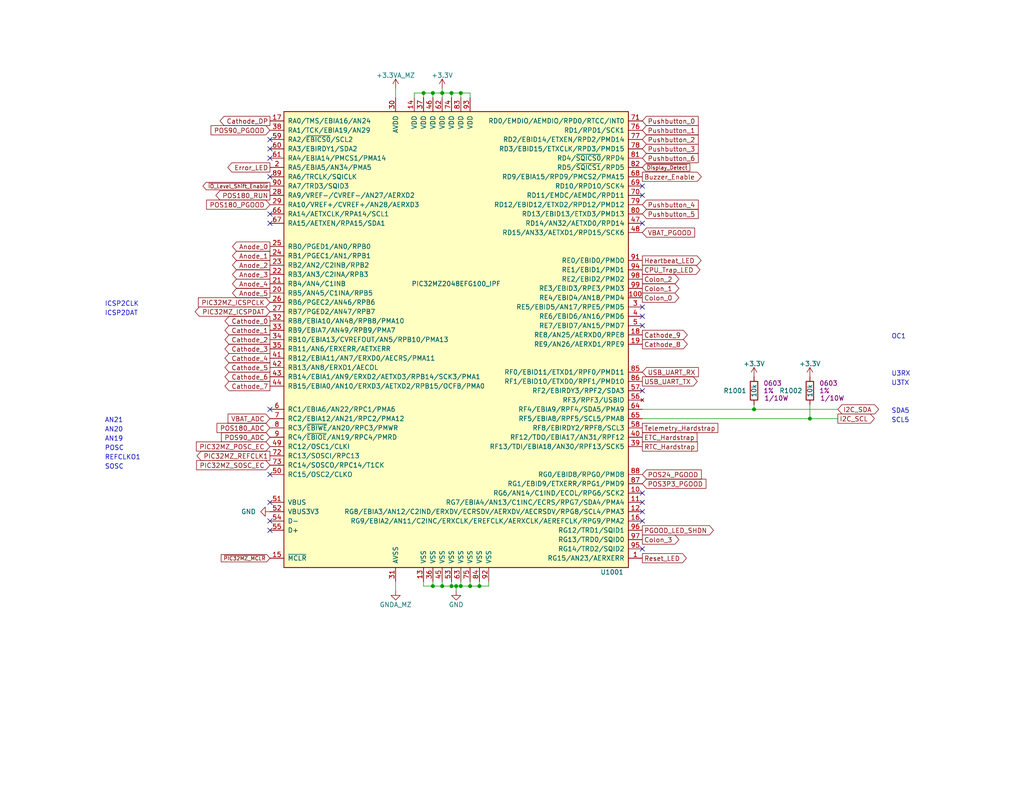
<source format=kicad_sch>
(kicad_sch (version 20230121) (generator eeschema)
  (paper "A")
  (title_block (title "Nixie Clock Redux Core Board") (date "2023-07-30") (rev "B") (company "Drew Maatman"))
  (lib_symbols
    (symbol "Custom Library:PIC32MZ2048EFG100_IPF" (pin_names (offset 1.016))
      (property "Reference" "U" (at 45.72 -63.5 0))
      (property "Value" "PIC32MZ2048EFG100_IPF" (at 0 15.24 0))
      (symbol "PIC32MZ2048EFG100_IPF_0_1"
        (rectangle (start -46.99 62.23) (end 46.99 -62.23) (stroke (width 0.254)) (fill (type background)))
      )
      (symbol "PIC32MZ2048EFG100_IPF_1_1"
        (pin bidirectional line (at 50.8 -59.69 180) (length 3.81) (name "RG15/AN23/AERXERR") (number "1"))
        (pin bidirectional line (at 50.8 -41.91 180) (length 3.81) (name "RG6/AN14/C1IND/ECOL/RPG6/SCK2") (number "10"))
        (pin bidirectional line (at 50.8 11.43 180) (length 3.81) (name "RE4/EBID4/AN18/PMD4") (number "100"))
        (pin bidirectional line (at 50.8 -44.45 180) (length 3.81) (name "RG7/EBIA4/AN13/C1INC/ECRS/RPG7/SDA4/PMA4") (number "11"))
        (pin bidirectional line (at 50.8 -46.99 180) (length 3.81) (name "RG8/EBIA3/AN12/C2IND/ERXDV/ECRSDV/AERXDV/AECRSDV/RPG8/SCL4/PMA3") (number "12"))
        (pin power_in line (at -8.89 -66.04 90) (length 3.81) (name "VSS") (number "13"))
        (pin power_in line (at -11.43 66.04 270) (length 3.81) (name "VDD") (number "14"))
        (pin bidirectional line (at -50.8 -59.69 0) (length 3.81) (name "~{MCLR}") (number "15"))
        (pin bidirectional line (at 50.8 -49.53 180) (length 3.81) (name "RG9/EBIA2/AN11/C2INC/ERXCLK/EREFCLK/AERXCLK/AEREFCLK/RPG9/PMA2") (number "16"))
        (pin bidirectional line (at -50.8 59.69 0) (length 3.81) (name "RA0/TMS/EBIA16/AN24") (number "17"))
        (pin bidirectional line (at 50.8 1.27 180) (length 3.81) (name "RE8/AN25/AERXD0/RPE8") (number "18"))
        (pin bidirectional line (at 50.8 -1.27 180) (length 3.81) (name "RE9/AN26/AERXD1/RPE9") (number "19"))
        (pin bidirectional line (at -50.8 46.99 0) (length 3.81) (name "RA5/EBIA5/AN34/PMA5") (number "2"))
        (pin bidirectional line (at -50.8 12.7 0) (length 3.81) (name "RB5/AN45/C1INA/RPB5") (number "20"))
        (pin bidirectional line (at -50.8 15.24 0) (length 3.81) (name "RB4/AN4/C1INB") (number "21"))
        (pin bidirectional line (at -50.8 17.78 0) (length 3.81) (name "RB3/AN3/C2INA/RPB3") (number "22"))
        (pin bidirectional line (at -50.8 20.32 0) (length 3.81) (name "RB2/AN2/C2INB/RPB2") (number "23"))
        (pin bidirectional line (at -50.8 22.86 0) (length 3.81) (name "RB1/PGEC1/AN1/RPB1") (number "24"))
        (pin bidirectional line (at -50.8 25.4 0) (length 3.81) (name "RB0/PGED1/AN0/RPB0") (number "25"))
        (pin bidirectional line (at -50.8 10.16 0) (length 3.81) (name "RB6/PGEC2/AN46/RPB6") (number "26"))
        (pin bidirectional line (at -50.8 7.62 0) (length 3.81) (name "RB7/PGED2/AN47/RPB7") (number "27"))
        (pin bidirectional line (at -50.8 39.37 0) (length 3.81) (name "RA9/VREF-/CVREF-/AN27/AERXD2") (number "28"))
        (pin bidirectional line (at -50.8 36.83 0) (length 3.81) (name "RA10/VREF+/CVREF+/AN28/AERXD3") (number "29"))
        (pin bidirectional line (at 50.8 8.89 180) (length 3.81) (name "RE5/EBID5/AN17/RPE5/PMD5") (number "3"))
        (pin power_in line (at -16.51 66.04 270) (length 3.81) (name "AVDD") (number "30"))
        (pin power_in line (at -16.51 -66.04 90) (length 3.81) (name "AVSS") (number "31"))
        (pin bidirectional line (at -50.8 5.08 0) (length 3.81) (name "RB8/EBIA10/AN48/RPB8/PMA10") (number "32"))
        (pin bidirectional line (at -50.8 2.54 0) (length 3.81) (name "RB9/EBIA7/AN49/RPB9/PMA7") (number "33"))
        (pin bidirectional line (at -50.8 0 0) (length 3.81) (name "RB10/EBIA13/CVREFOUT/AN5/RPB10/PMA13") (number "34"))
        (pin bidirectional line (at -50.8 -2.54 0) (length 3.81) (name "RB11/AN6/ERXERR/AETXERR") (number "35"))
        (pin power_in line (at -6.35 -66.04 90) (length 3.81) (name "VSS") (number "36"))
        (pin power_in line (at -8.89 66.04 270) (length 3.81) (name "VDD") (number "37"))
        (pin bidirectional line (at -50.8 57.15 0) (length 3.81) (name "RA1/TCK/EBIA19/AN29") (number "38"))
        (pin bidirectional line (at 50.8 -29.21 180) (length 3.81) (name "RF13/TDI/EBIA18/AN30/RPF13/SCK5") (number "39"))
        (pin bidirectional line (at 50.8 6.35 180) (length 3.81) (name "RE6/EBID6/AN16/PMD6") (number "4"))
        (pin bidirectional line (at 50.8 -26.67 180) (length 3.81) (name "RF12/TDO/EBIA17/AN31/RPF12") (number "40"))
        (pin bidirectional line (at -50.8 -5.08 0) (length 3.81) (name "RB12/EBIA11/AN7/ERXD0/AECRS/PMA11") (number "41"))
        (pin bidirectional line (at -50.8 -7.62 0) (length 3.81) (name "RB13/AN8/ERXD1/AECOL") (number "42"))
        (pin bidirectional line (at -50.8 -10.16 0) (length 3.81) (name "RB14/EBIA1/AN9/ERXD2/AETXD3/RPB14/SCK3/PMA1") (number "43"))
        (pin bidirectional line (at -50.8 -12.7 0) (length 3.81) (name "RB15/EBIA0/AN10/ERXD3/AETXD2/RPB15/OCFB/PMA0") (number "44"))
        (pin power_in line (at -3.81 -66.04 90) (length 3.81) (name "VSS") (number "45"))
        (pin power_in line (at -6.35 66.04 270) (length 3.81) (name "VDD") (number "46"))
        (pin bidirectional line (at 50.8 31.75 180) (length 3.81) (name "RD14/AN32/AETXD0/RPD14") (number "47"))
        (pin bidirectional line (at 50.8 29.21 180) (length 3.81) (name "RD15/AN33/AETXD1/RPD15/SCK6") (number "48"))
        (pin bidirectional line (at -50.8 -29.21 0) (length 3.81) (name "RC12/OSC1/CLKI") (number "49"))
        (pin bidirectional line (at 50.8 3.81 180) (length 3.81) (name "RE7/EBID7/AN15/PMD7") (number "5"))
        (pin bidirectional line (at -50.8 -36.83 0) (length 3.81) (name "RC15/OSC2/CLKO") (number "50"))
        (pin power_in line (at -50.8 -44.45 0) (length 3.81) (name "VBUS") (number "51"))
        (pin power_in line (at -50.8 -46.99 0) (length 3.81) (name "VBUS3V3") (number "52"))
        (pin power_in line (at -1.27 -66.04 90) (length 3.81) (name "VSS") (number "53"))
        (pin input line (at -50.8 -49.53 0) (length 3.81) (name "D-") (number "54"))
        (pin input line (at -50.8 -52.07 0) (length 3.81) (name "D+") (number "55"))
        (pin no_connect line (at 50.8 -16.51 180) (length 3.81) (name "RF3/RPF3/USBID") (number "56"))
        (pin bidirectional line (at 50.8 -13.97 180) (length 3.81) (name "RF2/EBIRDY3/RPF2/SDA3") (number "57"))
        (pin bidirectional line (at 50.8 -24.13 180) (length 3.81) (name "RF8/EBIRDY2/RPF8/SCL3") (number "58"))
        (pin bidirectional line (at -50.8 54.61 0) (length 3.81) (name "RA2/~{EBICS0}/SCL2") (number "59"))
        (pin bidirectional line (at -50.8 -19.05 0) (length 3.81) (name "RC1/EBIA6/AN22/RPC1/PMA6") (number "6"))
        (pin bidirectional line (at -50.8 52.07 0) (length 3.81) (name "RA3/EBIRDY1/SDA2") (number "60"))
        (pin bidirectional line (at -50.8 49.53 0) (length 3.81) (name "RA4/EBIA14/PMCS1/PMA14") (number "61"))
        (pin power_in line (at -3.81 66.04 270) (length 3.81) (name "VDD") (number "62"))
        (pin power_in line (at 1.27 -66.04 90) (length 3.81) (name "VSS") (number "63"))
        (pin bidirectional line (at 50.8 -19.05 180) (length 3.81) (name "RF4/EBIA9/RPF4/SDA5/PMA9") (number "64"))
        (pin bidirectional line (at 50.8 -21.59 180) (length 3.81) (name "RF5/EBIA8/RPF5/SCL5/PMA8") (number "65"))
        (pin bidirectional line (at -50.8 34.29 0) (length 3.81) (name "RA14/AETXCLK/RPA14/SCL1") (number "66"))
        (pin bidirectional line (at -50.8 31.75 0) (length 3.81) (name "RA15/AETXEN/RPA15/SDA1") (number "67"))
        (pin bidirectional line (at 50.8 44.45 180) (length 3.81) (name "RD9/EBIA15/RPD9/PMCS2/PMA15") (number "68"))
        (pin bidirectional line (at 50.8 41.91 180) (length 3.81) (name "RD10/RPD10/SCK4") (number "69"))
        (pin bidirectional line (at -50.8 -21.59 0) (length 3.81) (name "RC2/EBIA12/AN21/RPC2/PMA12") (number "7"))
        (pin bidirectional line (at 50.8 39.37 180) (length 3.81) (name "RD11/EMDC/AEMDC/RPD11") (number "70"))
        (pin bidirectional line (at 50.8 59.69 180) (length 3.81) (name "RD0/EMDIO/AEMDIO/RPD0/RTCC/INT0") (number "71"))
        (pin bidirectional line (at -50.8 -31.75 0) (length 3.81) (name "RC13/SOSCI/RPC13") (number "72"))
        (pin bidirectional line (at -50.8 -34.29 0) (length 3.81) (name "RC14/SOSCO/RPC14/T1CK") (number "73"))
        (pin power_in line (at -1.27 66.04 270) (length 3.81) (name "VDD") (number "74"))
        (pin power_in line (at 3.81 -66.04 90) (length 3.81) (name "VSS") (number "75"))
        (pin bidirectional line (at 50.8 57.15 180) (length 3.81) (name "RD1/RPD1/SCK1") (number "76"))
        (pin bidirectional line (at 50.8 54.61 180) (length 3.81) (name "RD2/EBID14/ETXEN/RPD2/PMD14") (number "77"))
        (pin bidirectional line (at 50.8 52.07 180) (length 3.81) (name "RD3/EBID15/ETXCLK/RPD3/PMD15") (number "78"))
        (pin bidirectional line (at 50.8 36.83 180) (length 3.81) (name "RD12/EBID12/ETXD2/RPD12/PMD12") (number "79"))
        (pin bidirectional line (at -50.8 -24.13 0) (length 3.81) (name "RC3/~{EBIWE}/AN20/RPC3/PMWR") (number "8"))
        (pin bidirectional line (at 50.8 34.29 180) (length 3.81) (name "RD13/EBID13/ETXD3/PMD13") (number "80"))
        (pin bidirectional line (at 50.8 49.53 180) (length 3.81) (name "RD4/~{SQICS0}/RPD4") (number "81"))
        (pin bidirectional line (at 50.8 46.99 180) (length 3.81) (name "RD5/~{SQICS1}/RPD5") (number "82"))
        (pin power_in line (at 1.27 66.04 270) (length 3.81) (name "VDD") (number "83"))
        (pin power_in line (at 6.35 -66.04 90) (length 3.81) (name "VSS") (number "84"))
        (pin bidirectional line (at 50.8 -8.89 180) (length 3.81) (name "RF0/EBID11/ETXD1/RPF0/PMD11") (number "85"))
        (pin bidirectional line (at 50.8 -11.43 180) (length 3.81) (name "RF1/EBID10/ETXD0/RPF1/PMD10") (number "86"))
        (pin bidirectional line (at 50.8 -39.37 180) (length 3.81) (name "RG1/EBID9/ETXERR/RPG1/PMD9") (number "87"))
        (pin bidirectional line (at 50.8 -36.83 180) (length 3.81) (name "RG0/EBID8/RPG0/PMD8") (number "88"))
        (pin bidirectional line (at -50.8 44.45 0) (length 3.81) (name "RA6/TRCLK/SQICLK") (number "89"))
        (pin bidirectional line (at -50.8 -26.67 0) (length 3.81) (name "RC4/~{EBIOE}/AN19/RPC4/PMRD") (number "9"))
        (pin bidirectional line (at -50.8 41.91 0) (length 3.81) (name "RA7/TRD3/SQID3") (number "90"))
        (pin bidirectional line (at 50.8 21.59 180) (length 3.81) (name "RE0/EBID0/PMD0") (number "91"))
        (pin power_in line (at 8.89 -66.04 90) (length 3.81) (name "VSS") (number "92"))
        (pin power_in line (at 3.81 66.04 270) (length 3.81) (name "VDD") (number "93"))
        (pin bidirectional line (at 50.8 19.05 180) (length 3.81) (name "RE1/EBID1/PMD1") (number "94"))
        (pin bidirectional line (at 50.8 -57.15 180) (length 3.81) (name "RG14/TRD2/SQID2") (number "95"))
        (pin bidirectional line (at 50.8 -52.07 180) (length 3.81) (name "RG12/TRD1/SQID1") (number "96"))
        (pin bidirectional line (at 50.8 -54.61 180) (length 3.81) (name "RG13/TRD0/SQID0") (number "97"))
        (pin bidirectional line (at 50.8 16.51 180) (length 3.81) (name "RE2/EBID2/PMD2") (number "98"))
        (pin bidirectional line (at 50.8 13.97 180) (length 3.81) (name "RE3/EBID3/RPE3/PMD3") (number "99"))
      )
    )
    (symbol "Custom_Library:+3.3VA_MZ" (power) (pin_names (offset 0))
      (property "Value" "Custom_Library_+3.3VA_MZ" (at 0 3.556 0))
      (symbol "+3.3VA_MZ_0_1"
        (polyline (pts (xy -0.762 1.27) (xy 0 2.54)))
        (polyline (pts (xy 0 0) (xy 0 2.54)))
        (polyline (pts (xy 0 2.54) (xy 0.762 1.27)))
      )
      (symbol "+3.3VA_MZ_1_1"
        (pin power_in line (at 0 0 90) (length 0) hide (name "+3.3VA_MZ") (number "1"))
      )
    )
    (symbol "Custom_Library:GNDA_MZ" (power) (pin_names (offset 0))
      (property "Value" "Custom_Library_GNDA_MZ" (at 0 -3.81 0))
      (symbol "GNDA_MZ_0_1"
        (polyline (pts (xy 0 0) (xy 0 -1.27) (xy 1.27 -1.27) (xy 0 -2.54) (xy -1.27 -1.27) (xy 0 -1.27)))
      )
      (symbol "GNDA_MZ_1_1"
        (pin power_in line (at 0 0 270) (length 0) hide (name "GNDA_MZ") (number "1"))
      )
    )
    (symbol "Custom_Library:R_Custom" (pin_numbers hide) (pin_names (offset 1.016) hide)
      (property "Reference" "R" (at -2.54 0 90))
      (property "Value" "Custom_Library_R_Custom" (at 0 0 90))
      (property "display_footprint" "Foot" (at 2.54 0 90))
      (property "Tolerance" "Tol" (at 5.08 0 90))
      (property "Wattage" "W" (at 7.62 0 90))
      (symbol "R_Custom_0_1"
        (rectangle (start 1.016 2.54) (end -1.016 -2.54) (stroke (width 0.254)))
      )
      (symbol "R_Custom_1_1"
        (pin passive line (at 0 3.81 270) (length 1.27) (name "1") (number "1"))
        (pin passive line (at 0 -3.81 90) (length 1.27) (name "2") (number "2"))
      )
    )
    (symbol "power:+3.3V" (power) (pin_names (offset 0))
      (property "Value" "+3.3V" (at 0 3.556 0))
      (symbol "+3.3V_0_1"
        (polyline (pts (xy -0.762 1.27) (xy 0 2.54)))
        (polyline (pts (xy 0 0) (xy 0 2.54)))
        (polyline (pts (xy 0 2.54) (xy 0.762 1.27)))
      )
      (symbol "+3.3V_1_1"
        (pin power_in line (at 0 0 90) (length 0) hide (name "+3.3V") (number "1"))
      )
    )
    (symbol "power:GND" (power) (pin_names (offset 0))
      (property "Value" "GND" (at 0 -3.81 0))
      (symbol "GND_0_1"
        (polyline (pts (xy 0 0) (xy 0 -1.27) (xy 1.27 -1.27) (xy 0 -2.54) (xy -1.27 -1.27) (xy 0 -1.27)))
      )
      (symbol "GND_1_1"
        (pin power_in line (at 0 0 270) (length 0) hide (name "GND") (number "1"))
      )
    )
  )
  (junction (at 220.98 114.3))
  (junction (at 123.19 160.02))
  (junction (at 118.11 160.02))
  (junction (at 128.27 160.02))
  (junction (at 130.81 160.02))
  (junction (at 125.73 160.02))
  (junction (at 123.19 25.4))
  (junction (at 124.46 160.02))
  (junction (at 118.11 25.4))
  (junction (at 125.73 25.4))
  (junction (at 115.57 25.4))
  (junction (at 120.65 25.4))
  (junction (at 205.74 111.76))
  (junction (at 120.65 160.02))
  (no_connect (at 73.66 38.1))
  (no_connect (at 175.26 149.86))
  (no_connect (at 175.26 137.16))
  (no_connect (at 175.26 53.34))
  (no_connect (at 73.66 48.26))
  (no_connect (at 73.66 40.64))
  (no_connect (at 175.26 139.7))
  (no_connect (at 73.66 142.24))
  (no_connect (at 73.66 43.18))
  (no_connect (at 73.66 58.42))
  (no_connect (at 73.66 129.54))
  (no_connect (at 73.66 137.16))
  (no_connect (at 73.66 111.76))
  (no_connect (at 175.26 50.8))
  (no_connect (at 73.66 144.78))
  (no_connect (at 175.26 86.36))
  (no_connect (at 175.26 142.24))
  (no_connect (at 175.26 134.62))
  (no_connect (at 73.66 60.96))
  (no_connect (at 175.26 83.82))
  (no_connect (at 175.26 60.96))
  (no_connect (at 175.26 88.9))
  (no_connect (at 175.26 106.68))
  (wire (pts (xy 120.65 25.4) (xy 120.65 26.67)))
  (wire (pts (xy 115.57 160.02) (xy 115.57 158.75)))
  (wire (pts (xy 115.57 25.4) (xy 115.57 26.67)))
  (wire (pts (xy 205.74 110.49) (xy 205.74 111.76)))
  (wire (pts (xy 113.03 25.4) (xy 113.03 26.67)))
  (wire (pts (xy 128.27 25.4) (xy 128.27 26.67)))
  (wire (pts (xy 128.27 158.75) (xy 128.27 160.02)))
  (wire (pts (xy 125.73 25.4) (xy 123.19 25.4)))
  (wire (pts (xy 205.74 111.76) (xy 228.6 111.76)))
  (wire (pts (xy 130.81 158.75) (xy 130.81 160.02)))
  (wire (pts (xy 220.98 114.3) (xy 228.6 114.3)))
  (wire (pts (xy 220.98 110.49) (xy 220.98 114.3)))
  (wire (pts (xy 125.73 160.02) (xy 124.46 160.02)))
  (wire (pts (xy 175.26 114.3) (xy 220.98 114.3)))
  (wire (pts (xy 124.46 160.02) (xy 123.19 160.02)))
  (wire (pts (xy 118.11 158.75) (xy 118.11 160.02)))
  (wire (pts (xy 123.19 160.02) (xy 120.65 160.02)))
  (wire (pts (xy 130.81 160.02) (xy 128.27 160.02)))
  (wire (pts (xy 107.95 24.13) (xy 107.95 26.67)))
  (wire (pts (xy 120.65 160.02) (xy 118.11 160.02)))
  (wire (pts (xy 175.26 111.76) (xy 205.74 111.76)))
  (wire (pts (xy 123.19 158.75) (xy 123.19 160.02)))
  (wire (pts (xy 124.46 160.02) (xy 124.46 161.29)))
  (wire (pts (xy 130.81 160.02) (xy 133.35 160.02)))
  (wire (pts (xy 125.73 158.75) (xy 125.73 160.02)))
  (wire (pts (xy 120.65 25.4) (xy 118.11 25.4)))
  (wire (pts (xy 128.27 160.02) (xy 125.73 160.02)))
  (wire (pts (xy 125.73 25.4) (xy 125.73 26.67)))
  (wire (pts (xy 120.65 24.13) (xy 120.65 25.4)))
  (wire (pts (xy 118.11 160.02) (xy 115.57 160.02)))
  (wire (pts (xy 118.11 25.4) (xy 118.11 26.67)))
  (wire (pts (xy 123.19 25.4) (xy 120.65 25.4)))
  (wire (pts (xy 107.95 161.29) (xy 107.95 158.75)))
  (wire (pts (xy 120.65 158.75) (xy 120.65 160.02)))
  (wire (pts (xy 133.35 160.02) (xy 133.35 158.75)))
  (wire (pts (xy 125.73 25.4) (xy 128.27 25.4)))
  (wire (pts (xy 115.57 25.4) (xy 113.03 25.4)))
  (wire (pts (xy 118.11 25.4) (xy 115.57 25.4)))
  (wire (pts (xy 123.19 25.4) (xy 123.19 26.67)))
  (text "POSC" (at 28.575 123.19 0) (effects (font (size 1.27 1.27)) (justify left bottom)))
  (text "OC1" (at 243.205 92.71 0) (effects (font (size 1.27 1.27)) (justify left bottom)))
  (text "U3RX" (at 243.205 102.87 0) (effects (font (size 1.27 1.27)) (justify left bottom)))
  (text "U3TX" (at 243.205 105.41 0) (effects (font (size 1.27 1.27)) (justify left bottom)))
  (text "AN20" (at 28.575 118.11 0) (effects (font (size 1.27 1.27)) (justify left bottom)))
  (text "ICSP2DAT" (at 28.575 86.36 0) (effects (font (size 1.27 1.27)) (justify left bottom)))
  (text "SDA5" (at 243.205 113.03 0) (effects (font (size 1.27 1.27)) (justify left bottom)))
  (text "REFCLKO1" (at 28.575 125.73 0) (effects (font (size 1.27 1.27)) (justify left bottom)))
  (text "AN19" (at 28.575 120.65 0) (effects (font (size 1.27 1.27)) (justify left bottom)))
  (text "ICSP2CLK" (at 28.575 83.82 0) (effects (font (size 1.27 1.27)) (justify left bottom)))
  (text "SCL5" (at 243.205 115.57 0) (effects (font (size 1.27 1.27)) (justify left bottom)))
  (text "SOSC" (at 28.575 128.27 0) (effects (font (size 1.27 1.27)) (justify left bottom)))
  (text "AN21" (at 28.575 115.57 0) (effects (font (size 1.27 1.27)) (justify left bottom)))
  (global_label "POS90_ADC" (shape input) (at 73.66 119.38 180) (property "Intersheetrefs" "${INTERSHEET_REFS}" (at 59.929 119.38 0) (effects (justify right))))
  (global_label "USB_UART_RX" (shape input) (at 175.26 101.6 0) (property "Intersheetrefs" "${INTERSHEET_REFS}" (at 191.0472 101.6 0) (effects (justify left))))
  (global_label "I2C_SDA" (shape bidirectional) (at 228.6 111.76 0) (property "Intersheetrefs" "${INTERSHEET_REFS}" (at 240.2371 111.76 0) (effects (justify left))))
  (global_label "Anode_1" (shape output) (at 73.66 69.85 180) (property "Intersheetrefs" "${INTERSHEET_REFS}" (at 62.9529 69.85 0) (effects (justify right))))
  (global_label "Pushbutton_4" (shape input) (at 175.26 55.88 0) (property "Intersheetrefs" "${INTERSHEET_REFS}" (at 190.9864 55.88 0) (effects (justify left))))
  (global_label "PIC32MZ_SOSC_EC" (shape input) (at 73.66 127 180) (property "Intersheetrefs" "${INTERSHEET_REFS}" (at 53.1558 127 0) (effects (justify right))))
  (global_label "Pushbutton_6" (shape input) (at 175.26 43.18 0) (property "Intersheetrefs" "${INTERSHEET_REFS}" (at 190.9864 43.18 0) (effects (justify left))))
  (global_label "~{Display_Detect}" (shape input) (at 175.26 45.72 0) (effects (font (size 1.016 1.016))) (property "Intersheetrefs" "${INTERSHEET_REFS}" (at 188.6155 45.72 0) (effects (justify left))))
  (global_label "~{PIC32MZ_MCLR}" (shape input) (at 73.66 152.4 180) (effects (font (size 1.016 1.016))) (property "Intersheetrefs" "${INTERSHEET_REFS}" (at 59.9661 152.4 0) (effects (justify right))))
  (global_label "Anode_5" (shape output) (at 73.66 80.01 180) (property "Intersheetrefs" "${INTERSHEET_REFS}" (at 62.9529 80.01 0) (effects (justify right))))
  (global_label "~{IO_Level_Shift_Enable}" (shape output) (at 73.66 50.8 180) (effects (font (size 1.016 1.016))) (property "Intersheetrefs" "${INTERSHEET_REFS}" (at 54.9827 50.8 0) (effects (justify right))))
  (global_label "Colon_0" (shape output) (at 175.26 81.28 0) (property "Intersheetrefs" "${INTERSHEET_REFS}" (at 185.7251 81.28 0) (effects (justify left))))
  (global_label "Buzzer_Enable" (shape output) (at 175.26 48.26 0) (property "Intersheetrefs" "${INTERSHEET_REFS}" (at 191.8332 48.26 0) (effects (justify left))))
  (global_label "RTC_Hardstrap" (shape passive) (at 175.26 121.92 0) (property "Intersheetrefs" "${INTERSHEET_REFS}" (at 190.7824 121.92 0) (effects (justify left))))
  (global_label "Cathode_0" (shape output) (at 73.66 87.63 180) (property "Intersheetrefs" "${INTERSHEET_REFS}" (at 60.8968 87.63 0) (effects (justify right))))
  (global_label "Anode_4" (shape output) (at 73.66 77.47 180) (property "Intersheetrefs" "${INTERSHEET_REFS}" (at 62.9529 77.47 0) (effects (justify right))))
  (global_label "Reset_LED" (shape output) (at 175.26 152.4 0) (property "Intersheetrefs" "${INTERSHEET_REFS}" (at 187.7815 152.4 0) (effects (justify left))))
  (global_label "PIC32MZ_REFCLK1" (shape output) (at 73.66 124.46 180) (property "Intersheetrefs" "${INTERSHEET_REFS}" (at 53.2767 124.46 0) (effects (justify right))))
  (global_label "Anode_0" (shape output) (at 73.66 67.31 180) (property "Intersheetrefs" "${INTERSHEET_REFS}" (at 62.9529 67.31 0) (effects (justify right))))
  (global_label "PIC32MZ_POSC_EC" (shape input) (at 73.66 121.92 180) (property "Intersheetrefs" "${INTERSHEET_REFS}" (at 53.0953 121.92 0) (effects (justify right))))
  (global_label "PIC32MZ_ICSPCLK" (shape input) (at 73.66 82.55 180) (property "Intersheetrefs" "${INTERSHEET_REFS}" (at 53.6395 82.55 0) (effects (justify right))))
  (global_label "POS180_RUN" (shape output) (at 73.66 53.34 180) (property "Intersheetrefs" "${INTERSHEET_REFS}" (at 58.4171 53.34 0) (effects (justify right))))
  (global_label "Cathode_1" (shape output) (at 73.66 90.17 180) (property "Intersheetrefs" "${INTERSHEET_REFS}" (at 60.8968 90.17 0) (effects (justify right))))
  (global_label "Error_LED" (shape output) (at 73.66 45.72 180) (property "Intersheetrefs" "${INTERSHEET_REFS}" (at 61.6829 45.72 0) (effects (justify right))))
  (global_label "Cathode_4" (shape output) (at 73.66 97.79 180) (property "Intersheetrefs" "${INTERSHEET_REFS}" (at 60.8968 97.79 0) (effects (justify right))))
  (global_label "Anode_3" (shape output) (at 73.66 74.93 180) (property "Intersheetrefs" "${INTERSHEET_REFS}" (at 62.9529 74.93 0) (effects (justify right))))
  (global_label "POS180_PGOOD" (shape input) (at 73.66 55.88 180) (property "Intersheetrefs" "${INTERSHEET_REFS}" (at 55.8771 55.88 0) (effects (justify right))))
  (global_label "POS24_PGOOD" (shape input) (at 175.26 129.54 0) (property "Intersheetrefs" "${INTERSHEET_REFS}" (at 191.8334 129.54 0) (effects (justify left))))
  (global_label "PGOOD_LED_SHDN" (shape output) (at 175.26 144.78 0) (property "Intersheetrefs" "${INTERSHEET_REFS}" (at 195.1596 144.78 0) (effects (justify left))))
  (global_label "CPU_Trap_LED" (shape output) (at 175.26 73.66 0) (property "Intersheetrefs" "${INTERSHEET_REFS}" (at 191.4704 73.66 0) (effects (justify left))))
  (global_label "USB_UART_TX" (shape output) (at 175.26 104.14 0) (property "Intersheetrefs" "${INTERSHEET_REFS}" (at 190.7448 104.14 0) (effects (justify left))))
  (global_label "Cathode_2" (shape output) (at 73.66 92.71 180) (property "Intersheetrefs" "${INTERSHEET_REFS}" (at 60.8968 92.71 0) (effects (justify right))))
  (global_label "Cathode_DP" (shape output) (at 73.66 33.02 180) (property "Intersheetrefs" "${INTERSHEET_REFS}" (at 59.5663 33.02 0) (effects (justify right))))
  (global_label "POS3P3_PGOOD" (shape input) (at 175.26 132.08 0) (property "Intersheetrefs" "${INTERSHEET_REFS}" (at 193.1034 132.08 0) (effects (justify left))))
  (global_label "Pushbutton_1" (shape input) (at 175.26 35.56 0) (property "Intersheetrefs" "${INTERSHEET_REFS}" (at 190.9864 35.56 0) (effects (justify left))))
  (global_label "Colon_2" (shape output) (at 175.26 76.2 0) (property "Intersheetrefs" "${INTERSHEET_REFS}" (at 185.7251 76.2 0) (effects (justify left))))
  (global_label "Colon_1" (shape output) (at 175.26 78.74 0) (property "Intersheetrefs" "${INTERSHEET_REFS}" (at 185.7251 78.74 0) (effects (justify left))))
  (global_label "POS90_PGOOD" (shape input) (at 73.66 35.56 180) (property "Intersheetrefs" "${INTERSHEET_REFS}" (at 57.0866 35.56 0) (effects (justify right))))
  (global_label "PIC32MZ_ICSPDAT" (shape bidirectional) (at 73.66 85.09 180) (property "Intersheetrefs" "${INTERSHEET_REFS}" (at 52.7701 85.09 0) (effects (justify right))))
  (global_label "Cathode_9" (shape output) (at 175.26 91.44 0) (property "Intersheetrefs" "${INTERSHEET_REFS}" (at 188.0232 91.44 0) (effects (justify left))))
  (global_label "Pushbutton_5" (shape input) (at 175.26 58.42 0) (property "Intersheetrefs" "${INTERSHEET_REFS}" (at 190.9864 58.42 0) (effects (justify left))))
  (global_label "Heartbeat_LED" (shape output) (at 175.26 71.12 0) (property "Intersheetrefs" "${INTERSHEET_REFS}" (at 191.7728 71.12 0) (effects (justify left))))
  (global_label "Pushbutton_0" (shape input) (at 175.26 33.02 0) (property "Intersheetrefs" "${INTERSHEET_REFS}" (at 190.9864 33.02 0) (effects (justify left))))
  (global_label "Cathode_8" (shape output) (at 175.26 93.98 0) (property "Intersheetrefs" "${INTERSHEET_REFS}" (at 188.0232 93.98 0) (effects (justify left))))
  (global_label "Pushbutton_2" (shape input) (at 175.26 38.1 0) (property "Intersheetrefs" "${INTERSHEET_REFS}" (at 190.9864 38.1 0) (effects (justify left))))
  (global_label "Telemetry_Hardstrap" (shape passive) (at 175.26 116.84 0) (property "Intersheetrefs" "${INTERSHEET_REFS}" (at 196.3462 116.84 0) (effects (justify left))))
  (global_label "Colon_3" (shape output) (at 175.26 147.32 0) (property "Intersheetrefs" "${INTERSHEET_REFS}" (at 185.7251 147.32 0) (effects (justify left))))
  (global_label "Pushbutton_3" (shape input) (at 175.26 40.64 0) (property "Intersheetrefs" "${INTERSHEET_REFS}" (at 190.9864 40.64 0) (effects (justify left))))
  (global_label "Cathode_6" (shape output) (at 73.66 102.87 180) (property "Intersheetrefs" "${INTERSHEET_REFS}" (at 60.8968 102.87 0) (effects (justify right))))
  (global_label "POS180_ADC" (shape input) (at 73.66 116.84 180) (property "Intersheetrefs" "${INTERSHEET_REFS}" (at 58.7195 116.84 0) (effects (justify right))))
  (global_label "VBAT_PGOOD" (shape input) (at 175.26 63.5 0) (property "Intersheetrefs" "${INTERSHEET_REFS}" (at 190.0192 63.5 0) (effects (justify left))))
  (global_label "Cathode_5" (shape output) (at 73.66 100.33 180) (property "Intersheetrefs" "${INTERSHEET_REFS}" (at 60.8968 100.33 0) (effects (justify right))))
  (global_label "I2C_SCL" (shape output) (at 228.6 114.3 0) (property "Intersheetrefs" "${INTERSHEET_REFS}" (at 239.0653 114.3 0) (effects (justify left))))
  (global_label "VBAT_ADC" (shape input) (at 73.66 114.3 180) (property "Intersheetrefs" "${INTERSHEET_REFS}" (at 61.7432 114.3 0) (effects (justify right))))
  (global_label "Cathode_3" (shape output) (at 73.66 95.25 180) (property "Intersheetrefs" "${INTERSHEET_REFS}" (at 60.8968 95.25 0) (effects (justify right))))
  (global_label "ETC_Hardstrap" (shape passive) (at 175.26 119.38 0) (property "Intersheetrefs" "${INTERSHEET_REFS}" (at 190.6614 119.38 0) (effects (justify left))))
  (global_label "Cathode_7" (shape output) (at 73.66 105.41 180) (property "Intersheetrefs" "${INTERSHEET_REFS}" (at 60.8968 105.41 0) (effects (justify right))))
  (global_label "Anode_2" (shape output) (at 73.66 72.39 180) (property "Intersheetrefs" "${INTERSHEET_REFS}" (at 62.9529 72.39 0) (effects (justify right))))
  (symbol (lib_id "Custom_Library:R_Custom") (at 205.74 106.68 0) (unit 1)
    (property "Reference" "R1001" (at 203.708 106.68 0) (effects (justify right)))
    (property "Value" "10k" (at 205.74 106.68 90))
    (property "Footprint" "Resistors_SMD:R_0603" (effects hide))
    (property "display_footprint" "0603" (at 208.28 104.648 0) (effects (justify left)))
    (property "Tolerance" "1%" (at 208.28 106.68 0) (effects (justify left)))
    (property "Wattage" "1/10W" (at 208.534 108.712 0) (effects (justify left)))
    (property "Digi-Key PN" "541-10.0KHCT-ND" (effects hide))
    (instances (project "Nixie_Clock_Core" (path "" (reference "R1001") (unit 1))) (project "LED_Panel_Controller" (path "" (reference "R?") (unit 1)) (path "" (reference "R?") (unit 1)) (path "" (reference "R?") (unit 1)) (path "" (reference "R?") (unit 1)) (path "" (reference "R?") (unit 1)) (path "" (reference "R?") (unit 1)) (path "" (reference "R?") (unit 1)) (path "" (reference "R?") (unit 1)) (path "" (reference "R?") (unit 1)) (path "" (reference "R?") (unit 1)) (path "" (reference "R?") (unit 1)) (path "" (reference "R?") (unit 1)) (path "" (reference "R?") (unit 1)) (path "" (reference "R?") (unit 1))))
  )
  (symbol (lib_id "Custom_Library:+3.3VA_MZ") (at 107.95 24.13 0) (unit 1)
    (property "Reference" "#PWR01002" (effects hide))
    (property "Value" "+3.3VA_MZ" (at 107.95 20.574 0))
    (instances (project "Nixie_Clock_Core" (path "" (reference "#PWR01002") (unit 1))) (project "LED_Panel_Controller" (path "" (reference "#PWR?") (unit 1))))
  )
  (symbol (lib_id "Custom_Library:R_Custom") (at 220.98 106.68 0) (unit 1)
    (property "Reference" "R1002" (at 218.948 106.68 0) (effects (justify right)))
    (property "Value" "10k" (at 220.98 106.68 90))
    (property "Footprint" "Resistors_SMD:R_0603" (effects hide))
    (property "display_footprint" "0603" (at 223.52 104.648 0) (effects (justify left)))
    (property "Tolerance" "1%" (at 223.52 106.68 0) (effects (justify left)))
    (property "Wattage" "1/10W" (at 223.774 108.712 0) (effects (justify left)))
    (property "Digi-Key PN" "541-10.0KHCT-ND" (effects hide))
    (instances (project "Nixie_Clock_Core" (path "" (reference "R1002") (unit 1))) (project "LED_Panel_Controller" (path "" (reference "R?") (unit 1)) (path "" (reference "R?") (unit 1)) (path "" (reference "R?") (unit 1)) (path "" (reference "R?") (unit 1)) (path "" (reference "R?") (unit 1)) (path "" (reference "R?") (unit 1)) (path "" (reference "R?") (unit 1)) (path "" (reference "R?") (unit 1)) (path "" (reference "R?") (unit 1)) (path "" (reference "R?") (unit 1)) (path "" (reference "R?") (unit 1)) (path "" (reference "R?") (unit 1)) (path "" (reference "R?") (unit 1)) (path "" (reference "R?") (unit 1))))
  )
  (symbol (lib_id "power:+3.3V") (at 120.65 24.13 0) (unit 1)
    (property "Reference" "#PWR01004" (effects hide))
    (property "Value" "+3.3V" (at 120.65 20.574 0))
    (instances (project "Nixie_Clock_Core" (path "" (reference "#PWR01004") (unit 1))) (project "LED_Panel_Controller" (path "" (reference "#PWR?") (unit 1))))
  )
  (symbol (lib_id "power:+3.3V") (at 220.98 102.87 0) (unit 1)
    (property "Reference" "#PWR01007" (effects hide))
    (property "Value" "+3.3V" (at 220.98 99.314 0))
    (instances (project "Nixie_Clock_Core" (path "" (reference "#PWR01007") (unit 1))) (project "LED_Panel_Controller" (path "" (reference "#PWR?") (unit 1))))
  )
  (symbol (lib_id "power:+3.3V") (at 205.74 102.87 0) (unit 1)
    (property "Reference" "#PWR01006" (effects hide))
    (property "Value" "+3.3V" (at 205.74 99.314 0))
    (instances (project "Nixie_Clock_Core" (path "" (reference "#PWR01006") (unit 1))) (project "LED_Panel_Controller" (path "" (reference "#PWR?") (unit 1))))
  )
  (symbol (lib_id "power:GND") (at 73.66 139.7 270) (unit 1)
    (property "Reference" "#PWR01001" (effects hide))
    (property "Value" "GND" (at 69.85 139.7 90) (effects (justify right)))
    (instances (project "Nixie_Clock_Core" (path "" (reference "#PWR01001") (unit 1))) (project "LED_Panel_Controller" (path "" (reference "#PWR?") (unit 1))))
  )
  (symbol (lib_id "Custom_Library:GNDA_MZ") (at 107.95 161.29 0) (unit 1)
    (property "Reference" "#PWR01003" (effects hide))
    (property "Value" "GNDA_MZ" (at 107.95 165.1 0))
    (instances (project "Nixie_Clock_Core" (path "" (reference "#PWR01003") (unit 1))) (project "LED_Panel_Controller" (path "" (reference "#PWR?") (unit 1))))
  )
  (symbol (lib_id "Custom Library:PIC32MZ2048EFG100_IPF") (at 124.46 92.71 0) (unit 1)
    (property "Reference" "U1001" (at 170.18 156.21 0) (effects (justify right)))
    (property "Value" "PIC32MZ2048EFG100_IPF" (at 124.46 77.47 0))
    (property "Footprint" "Housings_QFP:TQFP-100_14x14mm_Pitch0.5mm" (effects hide))
    (property "Datasheet" "http://ww1.microchip.com/downloads/en/DeviceDoc/60001320E.pdf" (effects hide))
    (property "Digi-Key PN" "PIC32MZ2048EFG100-I/PF-ND" (effects hide))
  )
  (symbol (lib_id "power:GND") (at 124.46 161.29 0) (unit 1)
    (property "Reference" "#PWR01005" (effects hide))
    (property "Value" "GND" (at 124.46 165.1 0))
    (instances (project "Nixie_Clock_Core" (path "" (reference "#PWR01005") (unit 1))) (project "LED_Panel_Controller" (path "" (reference "#PWR?") (unit 1))))
  )
)
</source>
